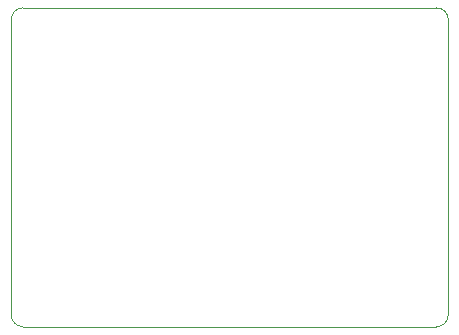
<source format=gbr>
%TF.GenerationSoftware,KiCad,Pcbnew,8.0.6*%
%TF.CreationDate,2024-11-15T14:11:31+01:00*%
%TF.ProjectId,PA3194G822_R05,50413331-3934-4473-9832-325f5230352e,3*%
%TF.SameCoordinates,Original*%
%TF.FileFunction,Profile,NP*%
%FSLAX46Y46*%
G04 Gerber Fmt 4.6, Leading zero omitted, Abs format (unit mm)*
G04 Created by KiCad (PCBNEW 8.0.6) date 2024-11-15 14:11:31*
%MOMM*%
%LPD*%
G01*
G04 APERTURE LIST*
%TA.AperFunction,Profile*%
%ADD10C,0.050000*%
%TD*%
G04 APERTURE END LIST*
D10*
X104000000Y-87500000D02*
G75*
G02*
X105000000Y-86500000I1000000J0D01*
G01*
X141000000Y-112500000D02*
G75*
G02*
X140000000Y-113500000I-1000000J0D01*
G01*
X140000000Y-86500000D02*
G75*
G02*
X141000000Y-87500000I0J-1000000D01*
G01*
X105000000Y-86500000D02*
X140000000Y-86500000D01*
X105000000Y-113500000D02*
X140000000Y-113500000D01*
X141000000Y-87500000D02*
X141000000Y-112500000D01*
X104000000Y-87500000D02*
X104000000Y-112500000D01*
X105000000Y-113500000D02*
G75*
G02*
X104000000Y-112500000I0J1000000D01*
G01*
M02*

</source>
